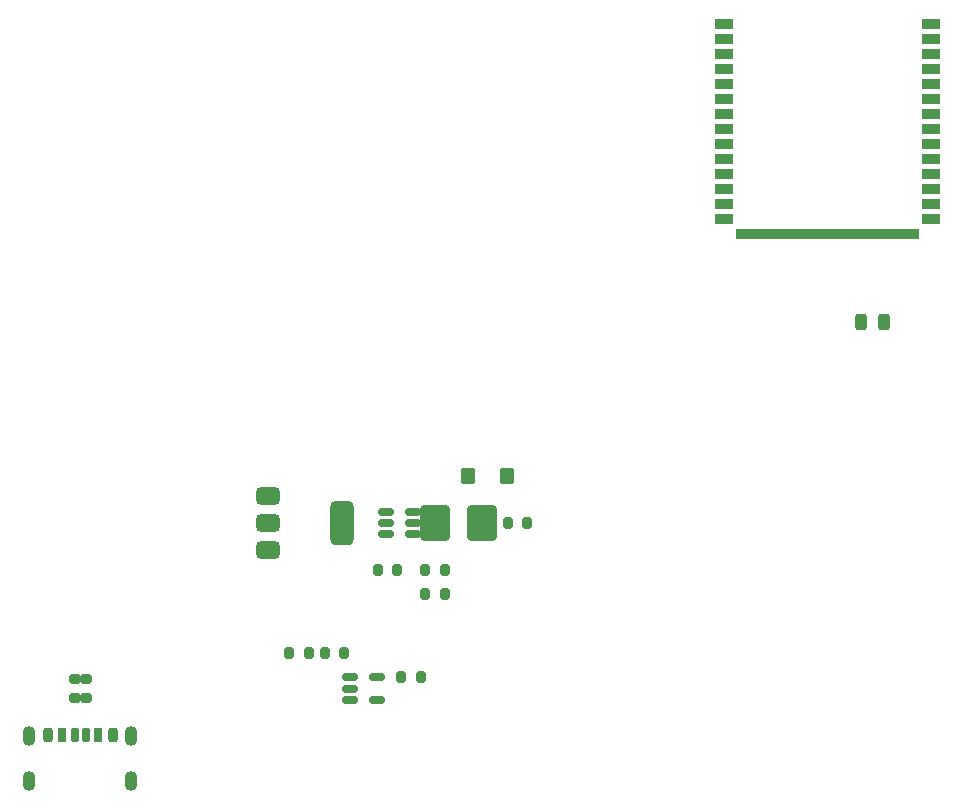
<source format=gtp>
%TF.GenerationSoftware,KiCad,Pcbnew,9.0.7*%
%TF.CreationDate,2026-02-28T06:01:15-05:00*%
%TF.ProjectId,Macropad,4d616372-6f70-4616-942e-6b696361645f,rev?*%
%TF.SameCoordinates,Original*%
%TF.FileFunction,Paste,Top*%
%TF.FilePolarity,Positive*%
%FSLAX46Y46*%
G04 Gerber Fmt 4.6, Leading zero omitted, Abs format (unit mm)*
G04 Created by KiCad (PCBNEW 9.0.7) date 2026-02-28 06:01:15*
%MOMM*%
%LPD*%
G01*
G04 APERTURE LIST*
G04 Aperture macros list*
%AMRoundRect*
0 Rectangle with rounded corners*
0 $1 Rounding radius*
0 $2 $3 $4 $5 $6 $7 $8 $9 X,Y pos of 4 corners*
0 Add a 4 corners polygon primitive as box body*
4,1,4,$2,$3,$4,$5,$6,$7,$8,$9,$2,$3,0*
0 Add four circle primitives for the rounded corners*
1,1,$1+$1,$2,$3*
1,1,$1+$1,$4,$5*
1,1,$1+$1,$6,$7*
1,1,$1+$1,$8,$9*
0 Add four rect primitives between the rounded corners*
20,1,$1+$1,$2,$3,$4,$5,0*
20,1,$1+$1,$4,$5,$6,$7,0*
20,1,$1+$1,$6,$7,$8,$9,0*
20,1,$1+$1,$8,$9,$2,$3,0*%
G04 Aperture macros list end*
%ADD10R,1.500000X0.900000*%
%ADD11RoundRect,0.375000X-0.625000X-0.375000X0.625000X-0.375000X0.625000X0.375000X-0.625000X0.375000X0*%
%ADD12RoundRect,0.500000X-0.500000X-1.400000X0.500000X-1.400000X0.500000X1.400000X-0.500000X1.400000X0*%
%ADD13RoundRect,0.175000X-0.175000X-0.425000X0.175000X-0.425000X0.175000X0.425000X-0.175000X0.425000X0*%
%ADD14RoundRect,0.190000X0.190000X0.410000X-0.190000X0.410000X-0.190000X-0.410000X0.190000X-0.410000X0*%
%ADD15RoundRect,0.200000X0.200000X0.400000X-0.200000X0.400000X-0.200000X-0.400000X0.200000X-0.400000X0*%
%ADD16RoundRect,0.175000X0.175000X0.425000X-0.175000X0.425000X-0.175000X-0.425000X0.175000X-0.425000X0*%
%ADD17RoundRect,0.190000X-0.190000X-0.410000X0.190000X-0.410000X0.190000X0.410000X-0.190000X0.410000X0*%
%ADD18RoundRect,0.200000X-0.200000X-0.400000X0.200000X-0.400000X0.200000X0.400000X-0.200000X0.400000X0*%
%ADD19O,1.100000X1.700000*%
%ADD20RoundRect,0.150000X-0.512500X-0.150000X0.512500X-0.150000X0.512500X0.150000X-0.512500X0.150000X0*%
%ADD21RoundRect,0.200000X0.275000X-0.200000X0.275000X0.200000X-0.275000X0.200000X-0.275000X-0.200000X0*%
%ADD22RoundRect,0.200000X-0.200000X-0.275000X0.200000X-0.275000X0.200000X0.275000X-0.200000X0.275000X0*%
%ADD23RoundRect,0.250000X-1.000000X-1.250000X1.000000X-1.250000X1.000000X1.250000X-1.000000X1.250000X0*%
%ADD24RoundRect,0.240000X-0.360000X-0.460000X0.360000X-0.460000X0.360000X0.460000X-0.360000X0.460000X0*%
%ADD25RoundRect,0.243750X-0.243750X-0.456250X0.243750X-0.456250X0.243750X0.456250X-0.243750X0.456250X0*%
G04 APERTURE END LIST*
D10*
%TO.C,U901*%
X66500000Y28260000D03*
X66500000Y26990000D03*
X66500000Y25720000D03*
X66500000Y24450000D03*
X66500000Y23180000D03*
X66500000Y21910000D03*
X66500000Y20640000D03*
X66500000Y19370000D03*
X66500000Y18100000D03*
X66500000Y16830000D03*
X66500000Y15560000D03*
X66500000Y14290000D03*
X66500000Y13020000D03*
X66500000Y11750000D03*
X68265000Y10500000D03*
X69535000Y10500000D03*
X70805000Y10500000D03*
X72075000Y10500000D03*
X73345000Y10500000D03*
X74615000Y10500000D03*
X75885000Y10500000D03*
X77155000Y10500000D03*
X78425000Y10500000D03*
X79695000Y10500000D03*
X80965000Y10500000D03*
X82235000Y10500000D03*
X84000000Y11750000D03*
X84000000Y13020000D03*
X84000000Y14290000D03*
X84000000Y15560000D03*
X84000000Y16830000D03*
X84000000Y18100000D03*
X84000000Y19370000D03*
X84000000Y20640000D03*
X84000000Y21910000D03*
X84000000Y23180000D03*
X84000000Y24450000D03*
X84000000Y25720000D03*
X84000000Y26990000D03*
X84000000Y28260000D03*
%TD*%
D11*
%TO.C,U402*%
X27850000Y-11700000D03*
X27850000Y-14000000D03*
D12*
X34150000Y-14000000D03*
D11*
X27850000Y-16300000D03*
%TD*%
D13*
%TO.C,J402*%
X11500000Y-31920000D03*
D14*
X13520000Y-31920000D03*
D15*
X14750000Y-31920000D03*
D16*
X12500000Y-31920000D03*
D17*
X10480000Y-31920000D03*
D18*
X9250000Y-31920000D03*
D19*
X7680000Y-32000000D03*
X7680000Y-35800000D03*
X16320000Y-32000000D03*
X16320000Y-35800000D03*
%TD*%
D20*
%TO.C,U403*%
X34862500Y-27050000D03*
X34862500Y-28000000D03*
X34862500Y-28950000D03*
X37137500Y-28950000D03*
X37137500Y-27050000D03*
%TD*%
D21*
%TO.C,R402*%
X11500000Y-28825000D03*
X11500000Y-27175000D03*
%TD*%
%TO.C,R403*%
X12500000Y-28825000D03*
X12500000Y-27175000D03*
%TD*%
D22*
%TO.C,R404*%
X39175000Y-27050000D03*
X40825000Y-27050000D03*
%TD*%
%TO.C,C402*%
X32675000Y-25000000D03*
X34325000Y-25000000D03*
%TD*%
%TO.C,C403*%
X29675000Y-25000000D03*
X31325000Y-25000000D03*
%TD*%
D20*
%TO.C,U404*%
X37862500Y-13050000D03*
X37862500Y-14000000D03*
X37862500Y-14950000D03*
X40137500Y-14950000D03*
X40137500Y-14000000D03*
X40137500Y-13050000D03*
%TD*%
D23*
%TO.C,L401*%
X42000000Y-14000000D03*
X46000000Y-14000000D03*
%TD*%
D24*
%TO.C,D401*%
X44850000Y-10000000D03*
X48150000Y-10000000D03*
%TD*%
D22*
%TO.C,R405*%
X41175000Y-18000000D03*
X42825000Y-18000000D03*
%TD*%
%TO.C,R406*%
X41175000Y-20000000D03*
X42825000Y-20000000D03*
%TD*%
%TO.C,C404*%
X37175000Y-18000000D03*
X38825000Y-18000000D03*
%TD*%
%TO.C,C405*%
X48175000Y-14000000D03*
X49825000Y-14000000D03*
%TD*%
D25*
%TO.C,R401*%
X78122500Y3000000D03*
X79997500Y3000000D03*
%TD*%
M02*

</source>
